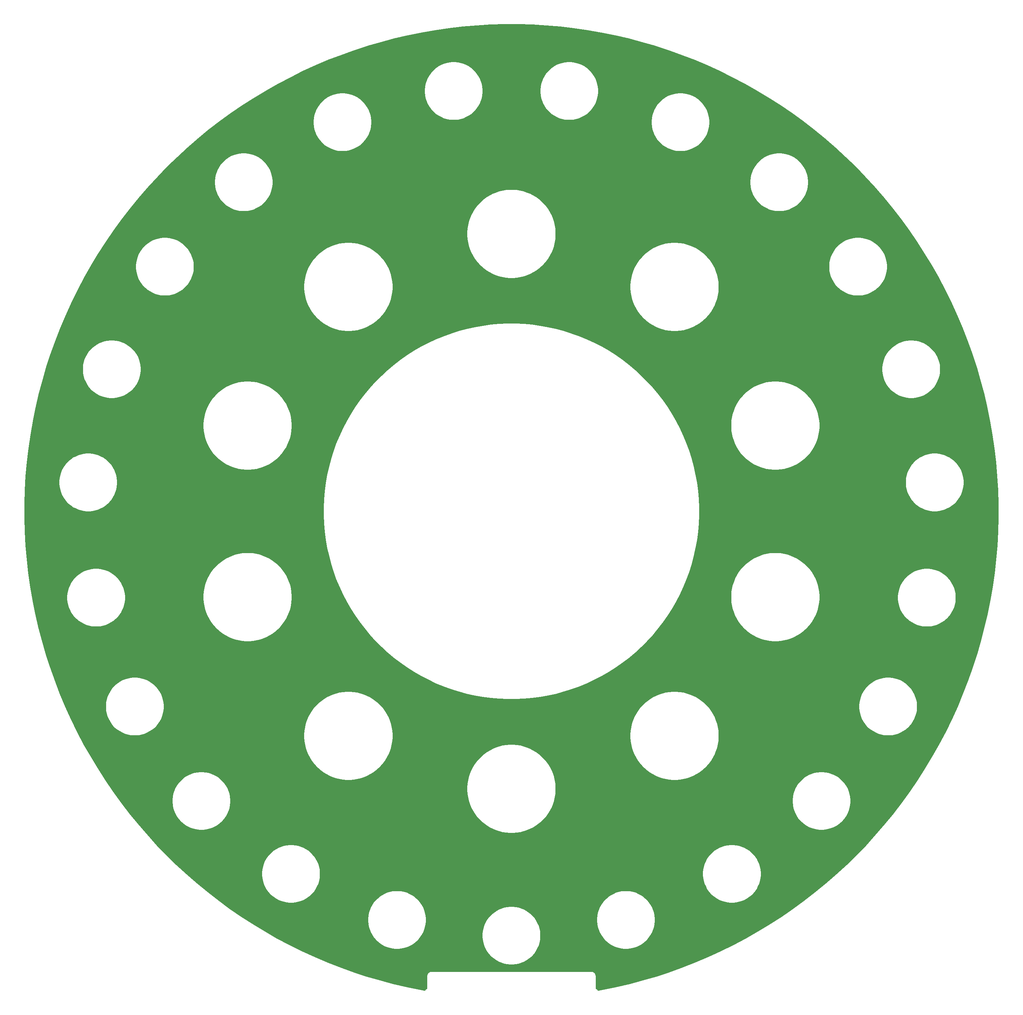
<source format=gtl>
G04*
G04 #@! TF.GenerationSoftware,Altium Limited,Altium Designer,19.1.5 (86)*
G04*
G04 Layer_Physical_Order=1*
G04 Layer_Color=255*
%FSLAX25Y25*%
%MOIN*%
G70*
G01*
G75*
G36*
X489687Y954519D02*
X503348Y954129D01*
X516993Y953349D01*
X530610Y952181D01*
X544188Y950624D01*
X557717Y948680D01*
X571184Y946352D01*
X584579Y943639D01*
X597892Y940546D01*
X611110Y937074D01*
X624225Y933226D01*
X637224Y929006D01*
X650097Y924416D01*
X662835Y919461D01*
X675425Y914144D01*
X687859Y908471D01*
X700126Y902445D01*
X712216Y896071D01*
X724119Y889355D01*
X735826Y882302D01*
X747326Y874917D01*
X758611Y867208D01*
X769672Y859180D01*
X780499Y850839D01*
X791084Y842193D01*
X801417Y833248D01*
X811491Y824012D01*
X821298Y814492D01*
X830828Y804697D01*
X840076Y794633D01*
X849032Y784310D01*
X857691Y773735D01*
X866043Y762918D01*
X874085Y751866D01*
X881807Y740590D01*
X889204Y729098D01*
X896270Y717399D01*
X903000Y705504D01*
X909388Y693421D01*
X915428Y681161D01*
X921116Y668734D01*
X926447Y656149D01*
X931416Y643417D01*
X936020Y630549D01*
X940256Y617555D01*
X944118Y604445D01*
X947605Y591230D01*
X950714Y577921D01*
X953441Y564529D01*
X955786Y551064D01*
X957745Y537538D01*
X959317Y523962D01*
X960501Y510346D01*
X961296Y496702D01*
X961702Y483041D01*
X961718Y469374D01*
X961343Y455712D01*
X960579Y442066D01*
X959426Y428448D01*
X957884Y414867D01*
X955956Y401337D01*
X953642Y387867D01*
X950945Y374469D01*
X947867Y361153D01*
X944411Y347930D01*
X940578Y334812D01*
X936372Y321807D01*
X931797Y308929D01*
X926856Y296186D01*
X921554Y283589D01*
X915895Y271149D01*
X909882Y258875D01*
X903522Y246778D01*
X896820Y234867D01*
X889780Y223153D01*
X882409Y211644D01*
X874712Y200350D01*
X866697Y189280D01*
X858368Y178444D01*
X849734Y167849D01*
X840801Y157505D01*
X831577Y147421D01*
X822068Y137603D01*
X812284Y128061D01*
X802230Y118803D01*
X791917Y109834D01*
X781353Y101164D01*
X770544Y92799D01*
X759502Y84745D01*
X748235Y77010D01*
X736751Y69600D01*
X725060Y62520D01*
X713172Y55777D01*
X701097Y49376D01*
X688844Y43321D01*
X676423Y37620D01*
X663845Y32274D01*
X651119Y27290D01*
X638256Y22671D01*
X625266Y18421D01*
X612161Y14544D01*
X598950Y11041D01*
X585644Y7918D01*
X572255Y5175D01*
X567675Y4372D01*
X567588Y4814D01*
X567105Y5537D01*
X566382Y6019D01*
X565564Y6182D01*
Y18983D01*
X565429Y20011D01*
X565032Y20968D01*
X564401Y21791D01*
X563579Y22422D01*
X562621Y22819D01*
X561593Y22954D01*
X404113D01*
X403085Y22819D01*
X402127Y22422D01*
X401305Y21791D01*
X400674Y20968D01*
X400277Y20011D01*
X400142Y18983D01*
Y6182D01*
X399324Y6019D01*
X398601Y5537D01*
X398118Y4814D01*
X398030Y4372D01*
X393451Y5175D01*
X380061Y7918D01*
X366756Y11042D01*
X353545Y14544D01*
X340440Y18421D01*
X327450Y22671D01*
X314587Y27290D01*
X301861Y32274D01*
X289283Y37620D01*
X276862Y43321D01*
X264609Y49376D01*
X252533Y55777D01*
X240646Y62520D01*
X228955Y69600D01*
X217472Y77010D01*
X206204Y84745D01*
X195161Y92799D01*
X184353Y101164D01*
X173789Y109834D01*
X163476Y118803D01*
X153422Y128061D01*
X143638Y137603D01*
X134129Y147421D01*
X124905Y157505D01*
X115972Y167849D01*
X107337Y178444D01*
X99009Y189280D01*
X90993Y200350D01*
X83297Y211644D01*
X75926Y223153D01*
X68886Y234867D01*
X62183Y246778D01*
X55823Y258875D01*
X49811Y271149D01*
X44152Y283589D01*
X38849Y296186D01*
X33909Y308929D01*
X29334Y321807D01*
X25128Y334811D01*
X21295Y347930D01*
X17839Y361153D01*
X14760Y374469D01*
X12063Y387867D01*
X9750Y401337D01*
X7822Y414867D01*
X6280Y428448D01*
X5127Y442066D01*
X4363Y455712D01*
X3988Y469374D01*
X4004Y483041D01*
X4410Y496702D01*
X5205Y510346D01*
X6389Y523962D01*
X7961Y537538D01*
X9920Y551064D01*
X12264Y564529D01*
X14992Y577921D01*
X18101Y591230D01*
X21587Y604445D01*
X25450Y617555D01*
X29685Y630549D01*
X34290Y643417D01*
X39259Y656149D01*
X44590Y668734D01*
X50278Y681161D01*
X56318Y693421D01*
X62706Y705504D01*
X69435Y717399D01*
X76502Y729098D01*
X83899Y740590D01*
X91621Y751866D01*
X99663Y762918D01*
X108015Y773735D01*
X116674Y784310D01*
X125630Y794633D01*
X134877Y804697D01*
X144408Y814492D01*
X154215Y824012D01*
X164289Y833248D01*
X174622Y842193D01*
X185207Y850839D01*
X196034Y859180D01*
X207094Y867208D01*
X218380Y874917D01*
X229880Y882302D01*
X241587Y889355D01*
X253490Y896071D01*
X265580Y902445D01*
X277847Y908471D01*
X290281Y914145D01*
X302871Y919461D01*
X315608Y924416D01*
X328482Y929006D01*
X341481Y933226D01*
X354596Y937074D01*
X367814Y940546D01*
X381127Y943639D01*
X394522Y946352D01*
X407989Y948680D01*
X421518Y950624D01*
X435096Y952181D01*
X448713Y953349D01*
X462358Y954129D01*
X476019Y954519D01*
X489687Y954519D01*
D02*
G37*
%LPC*%
G36*
X541033Y917164D02*
X538247D01*
X535476Y916891D01*
X532744Y916347D01*
X530079Y915539D01*
X527506Y914473D01*
X525050Y913160D01*
X522734Y911613D01*
X520581Y909846D01*
X518612Y907877D01*
X516845Y905724D01*
X515298Y903408D01*
X513985Y900952D01*
X512919Y898379D01*
X512111Y895714D01*
X511567Y892982D01*
X511295Y890211D01*
Y888818D01*
Y887426D01*
X511567Y884654D01*
X512111Y881923D01*
X512919Y879257D01*
X513985Y876684D01*
X515298Y874228D01*
X516845Y871912D01*
X518612Y869760D01*
X520581Y867790D01*
X522734Y866024D01*
X525050Y864476D01*
X527506Y863163D01*
X530079Y862098D01*
X532744Y861289D01*
X535476Y860746D01*
X538247Y860473D01*
X541033D01*
X543804Y860746D01*
X546536Y861289D01*
X549201Y862098D01*
X551774Y863163D01*
X554230Y864476D01*
X556546Y866024D01*
X558699Y867790D01*
X560668Y869760D01*
X562435Y871912D01*
X563982Y874228D01*
X565295Y876684D01*
X566361Y879257D01*
X567169Y881923D01*
X567712Y884654D01*
X567985Y887426D01*
Y888818D01*
Y890211D01*
X567712Y892982D01*
X567169Y895714D01*
X566361Y898379D01*
X565295Y900952D01*
X563982Y903408D01*
X562435Y905724D01*
X560668Y907877D01*
X558699Y909846D01*
X556546Y911613D01*
X554230Y913160D01*
X551774Y914473D01*
X549201Y915539D01*
X546536Y916347D01*
X543804Y916891D01*
X541033Y917164D01*
D02*
G37*
G36*
X427458D02*
X424673D01*
X421902Y916891D01*
X419170Y916347D01*
X416505Y915539D01*
X413932Y914473D01*
X411476Y913160D01*
X409160Y911613D01*
X407007Y909846D01*
X405038Y907877D01*
X403271Y905724D01*
X401724Y903408D01*
X400411Y900952D01*
X399345Y898379D01*
X398537Y895714D01*
X397994Y892982D01*
X397721Y890211D01*
Y888818D01*
Y887426D01*
X397994Y884654D01*
X398537Y881923D01*
X399345Y879257D01*
X400411Y876684D01*
X401724Y874228D01*
X403271Y871912D01*
X405038Y869760D01*
X407007Y867790D01*
X409160Y866024D01*
X411476Y864476D01*
X413932Y863163D01*
X416505Y862098D01*
X419170Y861289D01*
X421902Y860746D01*
X424673Y860473D01*
X427458D01*
X430230Y860746D01*
X432962Y861289D01*
X435627Y862098D01*
X438200Y863163D01*
X440656Y864476D01*
X442972Y866024D01*
X445124Y867790D01*
X447094Y869760D01*
X448861Y871912D01*
X450408Y874228D01*
X451721Y876684D01*
X452787Y879257D01*
X453595Y881923D01*
X454138Y884654D01*
X454411Y887426D01*
Y888818D01*
Y890211D01*
X454138Y892982D01*
X453595Y895714D01*
X452787Y898379D01*
X451721Y900952D01*
X450408Y903408D01*
X448861Y905724D01*
X447094Y907877D01*
X445124Y909846D01*
X442972Y911613D01*
X440656Y913160D01*
X438200Y914473D01*
X435627Y915539D01*
X432962Y916347D01*
X430230Y916891D01*
X427458Y917164D01*
D02*
G37*
G36*
X650395Y886522D02*
X647610D01*
X644838Y886249D01*
X642107Y885705D01*
X639441Y884897D01*
X636868Y883831D01*
X634412Y882518D01*
X632097Y880971D01*
X629944Y879204D01*
X627974Y877235D01*
X626208Y875082D01*
X624660Y872766D01*
X623347Y870310D01*
X622282Y867737D01*
X621473Y865072D01*
X620930Y862340D01*
X620657Y859569D01*
Y858176D01*
Y856784D01*
X620930Y854012D01*
X621473Y851281D01*
X622282Y848615D01*
X623347Y846043D01*
X624660Y843586D01*
X626208Y841271D01*
X627974Y839118D01*
X629944Y837148D01*
X632097Y835382D01*
X634412Y833834D01*
X636868Y832522D01*
X639441Y831456D01*
X642107Y830647D01*
X644838Y830104D01*
X647610Y829831D01*
X650395D01*
X653166Y830104D01*
X655898Y830647D01*
X658563Y831456D01*
X661136Y832522D01*
X663592Y833834D01*
X665908Y835382D01*
X668061Y837148D01*
X670030Y839118D01*
X671797Y841271D01*
X673344Y843586D01*
X674657Y846043D01*
X675723Y848615D01*
X676531Y851281D01*
X677075Y854012D01*
X677348Y856784D01*
Y858176D01*
Y859569D01*
X677075Y862340D01*
X676531Y865072D01*
X675723Y867737D01*
X674657Y870310D01*
X673344Y872766D01*
X671797Y875082D01*
X670030Y877235D01*
X668061Y879204D01*
X665908Y880971D01*
X663592Y882518D01*
X661136Y883831D01*
X658563Y884897D01*
X655898Y885705D01*
X653166Y886249D01*
X650395Y886522D01*
D02*
G37*
G36*
X318096D02*
X315311D01*
X312540Y886249D01*
X309808Y885705D01*
X307143Y884897D01*
X304570Y883831D01*
X302114Y882518D01*
X299798Y880971D01*
X297645Y879204D01*
X295676Y877235D01*
X293909Y875082D01*
X292362Y872766D01*
X291049Y870310D01*
X289983Y867737D01*
X289175Y865072D01*
X288631Y862340D01*
X288358Y859569D01*
Y858176D01*
Y856784D01*
X288631Y854012D01*
X289175Y851281D01*
X289983Y848615D01*
X291049Y846043D01*
X292362Y843586D01*
X293909Y841271D01*
X295676Y839118D01*
X297645Y837148D01*
X299798Y835382D01*
X302114Y833834D01*
X304570Y832522D01*
X307143Y831456D01*
X309808Y830647D01*
X312540Y830104D01*
X315311Y829831D01*
X318096D01*
X320868Y830104D01*
X323599Y830647D01*
X326264Y831456D01*
X328837Y832522D01*
X331294Y833834D01*
X333609Y835382D01*
X335762Y837148D01*
X337732Y839118D01*
X339498Y841271D01*
X341046Y843586D01*
X342358Y846043D01*
X343424Y848615D01*
X344233Y851281D01*
X344776Y854012D01*
X345049Y856784D01*
Y858176D01*
Y859569D01*
X344776Y862340D01*
X344233Y865072D01*
X343424Y867737D01*
X342358Y870310D01*
X341046Y872766D01*
X339498Y875082D01*
X337732Y877235D01*
X335762Y879204D01*
X333609Y880971D01*
X331294Y882518D01*
X328837Y883831D01*
X326264Y884897D01*
X323599Y885705D01*
X320868Y886249D01*
X318096Y886522D01*
D02*
G37*
G36*
X747435Y827511D02*
X744650D01*
X741878Y827238D01*
X739146Y826694D01*
X736481Y825886D01*
X733908Y824820D01*
X731452Y823507D01*
X729136Y821960D01*
X726983Y820193D01*
X725014Y818224D01*
X723247Y816071D01*
X721700Y813755D01*
X720387Y811299D01*
X719321Y808726D01*
X718513Y806061D01*
X717970Y803329D01*
X717697Y800558D01*
Y799165D01*
Y797773D01*
X717970Y795001D01*
X718513Y792269D01*
X719321Y789604D01*
X720387Y787031D01*
X721700Y784575D01*
X723247Y782259D01*
X725014Y780106D01*
X726983Y778137D01*
X729136Y776370D01*
X731452Y774823D01*
X733908Y773510D01*
X736481Y772444D01*
X739146Y771636D01*
X741878Y771093D01*
X744650Y770820D01*
X747435D01*
X750206Y771093D01*
X752938Y771636D01*
X755603Y772444D01*
X758176Y773510D01*
X760632Y774823D01*
X762948Y776370D01*
X765101Y778137D01*
X767070Y780106D01*
X768837Y782259D01*
X770384Y784575D01*
X771697Y787031D01*
X772763Y789604D01*
X773571Y792269D01*
X774115Y795001D01*
X774388Y797773D01*
Y799165D01*
Y800558D01*
X774115Y803329D01*
X773571Y806061D01*
X772763Y808726D01*
X771697Y811299D01*
X770384Y813755D01*
X768837Y816071D01*
X767070Y818224D01*
X765101Y820193D01*
X762948Y821960D01*
X760632Y823507D01*
X758176Y824820D01*
X755603Y825886D01*
X752938Y826694D01*
X750206Y827238D01*
X747435Y827511D01*
D02*
G37*
G36*
X221056D02*
X218271D01*
X215500Y827238D01*
X212768Y826694D01*
X210103Y825886D01*
X207530Y824820D01*
X205074Y823507D01*
X202758Y821960D01*
X200605Y820193D01*
X198636Y818224D01*
X196869Y816071D01*
X195322Y813755D01*
X194009Y811299D01*
X192943Y808726D01*
X192135Y806061D01*
X191591Y803329D01*
X191318Y800558D01*
Y799165D01*
Y797773D01*
X191591Y795001D01*
X192135Y792269D01*
X192943Y789604D01*
X194009Y787031D01*
X195322Y784575D01*
X196869Y782259D01*
X198636Y780106D01*
X200605Y778137D01*
X202758Y776370D01*
X205074Y774823D01*
X207530Y773510D01*
X210103Y772444D01*
X212768Y771636D01*
X215500Y771093D01*
X218271Y770820D01*
X221056D01*
X223828Y771093D01*
X226559Y771636D01*
X229225Y772444D01*
X231798Y773510D01*
X234254Y774823D01*
X236569Y776370D01*
X238722Y778137D01*
X240692Y780106D01*
X242459Y782259D01*
X244006Y784575D01*
X245319Y787031D01*
X246384Y789604D01*
X247193Y792269D01*
X247736Y795001D01*
X248009Y797773D01*
Y799165D01*
Y800558D01*
X247736Y803329D01*
X247193Y806061D01*
X246384Y808726D01*
X245319Y811299D01*
X244006Y813755D01*
X242459Y816071D01*
X240692Y818224D01*
X238722Y820193D01*
X236569Y821960D01*
X234254Y823507D01*
X231798Y824820D01*
X229225Y825886D01*
X226559Y826694D01*
X223828Y827238D01*
X221056Y827511D01*
D02*
G37*
G36*
X484556Y791742D02*
X481150D01*
X477755Y791475D01*
X474391Y790942D01*
X471079Y790147D01*
X467840Y789095D01*
X464693Y787791D01*
X461658Y786245D01*
X458754Y784466D01*
X455999Y782464D01*
X453409Y780252D01*
X451001Y777843D01*
X448789Y775253D01*
X446787Y772498D01*
X445007Y769594D01*
X443461Y766559D01*
X442158Y763413D01*
X441105Y760174D01*
X440310Y756862D01*
X439778Y753498D01*
X439510Y750103D01*
Y748400D01*
Y746697D01*
X439778Y743301D01*
X440310Y739937D01*
X441105Y736626D01*
X442158Y733386D01*
X443461Y730240D01*
X445007Y727205D01*
X446787Y724301D01*
X448789Y721546D01*
X451001Y718956D01*
X453409Y716547D01*
X455999Y714336D01*
X458754Y712334D01*
X461658Y710554D01*
X464693Y709008D01*
X467840Y707704D01*
X471079Y706652D01*
X474391Y705857D01*
X477755Y705324D01*
X481150Y705057D01*
X484556D01*
X487951Y705324D01*
X491315Y705857D01*
X494627Y706652D01*
X497866Y707704D01*
X501013Y709008D01*
X504047Y710554D01*
X506952Y712334D01*
X509707Y714336D01*
X512297Y716547D01*
X514705Y718956D01*
X516917Y721546D01*
X518919Y724301D01*
X520698Y727205D01*
X522245Y730240D01*
X523548Y733386D01*
X524601Y736626D01*
X525396Y739937D01*
X525928Y743301D01*
X526196Y746697D01*
Y748400D01*
Y750103D01*
X525928Y753498D01*
X525396Y756862D01*
X524601Y760174D01*
X523548Y763413D01*
X522245Y766559D01*
X520698Y769594D01*
X518919Y772498D01*
X516917Y775253D01*
X514705Y777843D01*
X512297Y780252D01*
X509707Y782464D01*
X506952Y784466D01*
X504047Y786245D01*
X501013Y787791D01*
X497866Y789095D01*
X494627Y790147D01*
X491315Y790942D01*
X487951Y791475D01*
X484556Y791742D01*
D02*
G37*
G36*
X824955Y744507D02*
X822170D01*
X819398Y744234D01*
X816667Y743690D01*
X814002Y742882D01*
X811429Y741816D01*
X808972Y740503D01*
X806657Y738956D01*
X804504Y737189D01*
X802534Y735220D01*
X800768Y733067D01*
X799220Y730751D01*
X797907Y728295D01*
X796842Y725722D01*
X796033Y723057D01*
X795490Y720325D01*
X795217Y717554D01*
Y716161D01*
Y714769D01*
X795490Y711997D01*
X796033Y709266D01*
X796842Y706600D01*
X797907Y704027D01*
X799220Y701571D01*
X800768Y699255D01*
X802534Y697103D01*
X804504Y695133D01*
X806657Y693366D01*
X808972Y691819D01*
X811429Y690506D01*
X814002Y689440D01*
X816667Y688632D01*
X819398Y688089D01*
X822170Y687816D01*
X824955D01*
X827726Y688089D01*
X830458Y688632D01*
X833123Y689440D01*
X835696Y690506D01*
X838152Y691819D01*
X840468Y693366D01*
X842621Y695133D01*
X844590Y697103D01*
X846357Y699255D01*
X847904Y701571D01*
X849217Y704027D01*
X850283Y706600D01*
X851091Y709266D01*
X851635Y711997D01*
X851908Y714769D01*
Y716161D01*
Y717554D01*
X851635Y720325D01*
X851091Y723057D01*
X850283Y725722D01*
X849217Y728295D01*
X847904Y730751D01*
X846357Y733067D01*
X844590Y735220D01*
X842621Y737189D01*
X840468Y738956D01*
X838152Y740503D01*
X835696Y741816D01*
X833123Y742882D01*
X830458Y743690D01*
X827726Y744234D01*
X824955Y744507D01*
D02*
G37*
G36*
X143536D02*
X140751D01*
X137979Y744234D01*
X135248Y743690D01*
X132583Y742882D01*
X130010Y741816D01*
X127553Y740503D01*
X125238Y738956D01*
X123085Y737189D01*
X121116Y735220D01*
X119349Y733067D01*
X117802Y730751D01*
X116489Y728295D01*
X115423Y725722D01*
X114614Y723057D01*
X114071Y720325D01*
X113798Y717554D01*
Y716161D01*
Y714769D01*
X114071Y711997D01*
X114614Y709266D01*
X115423Y706600D01*
X116489Y704027D01*
X117802Y701571D01*
X119349Y699255D01*
X121116Y697103D01*
X123085Y695133D01*
X125238Y693366D01*
X127553Y691819D01*
X130010Y690506D01*
X132583Y689440D01*
X135248Y688632D01*
X137979Y688089D01*
X140751Y687816D01*
X143536D01*
X146308Y688089D01*
X149039Y688632D01*
X151704Y689440D01*
X154277Y690506D01*
X156734Y691819D01*
X159049Y693366D01*
X161202Y695133D01*
X163171Y697103D01*
X164938Y699255D01*
X166486Y701571D01*
X167798Y704027D01*
X168864Y706600D01*
X169673Y709266D01*
X170216Y711997D01*
X170489Y714769D01*
Y716161D01*
Y717554D01*
X170216Y720325D01*
X169673Y723057D01*
X168864Y725722D01*
X167798Y728295D01*
X166486Y730751D01*
X164938Y733067D01*
X163171Y735220D01*
X161202Y737189D01*
X159049Y738956D01*
X156734Y740503D01*
X154277Y741816D01*
X151704Y742882D01*
X149039Y743690D01*
X146308Y744234D01*
X143536Y744507D01*
D02*
G37*
G36*
X644867Y739654D02*
X641461D01*
X638066Y739387D01*
X634702Y738854D01*
X631390Y738059D01*
X628151Y737007D01*
X625004Y735703D01*
X621970Y734157D01*
X619066Y732377D01*
X616310Y730375D01*
X613720Y728163D01*
X611312Y725755D01*
X609100Y723165D01*
X607098Y720410D01*
X605318Y717506D01*
X603772Y714471D01*
X602469Y711325D01*
X601416Y708085D01*
X600621Y704774D01*
X600089Y701410D01*
X599821Y698014D01*
Y696311D01*
Y694608D01*
X600089Y691213D01*
X600621Y687849D01*
X601416Y684537D01*
X602469Y681298D01*
X603772Y678152D01*
X605318Y675117D01*
X607098Y672213D01*
X609100Y669457D01*
X611312Y666868D01*
X613720Y664459D01*
X616310Y662247D01*
X619066Y660245D01*
X621970Y658466D01*
X625004Y656920D01*
X628151Y655616D01*
X631390Y654564D01*
X634702Y653769D01*
X638066Y653236D01*
X641461Y652969D01*
X644867D01*
X648262Y653236D01*
X651626Y653769D01*
X654938Y654564D01*
X658177Y655616D01*
X661324Y656920D01*
X664359Y658466D01*
X667263Y660245D01*
X670018Y662247D01*
X672608Y664459D01*
X675016Y666868D01*
X677228Y669457D01*
X679230Y672213D01*
X681009Y675117D01*
X682556Y678152D01*
X683859Y681298D01*
X684912Y684537D01*
X685707Y687849D01*
X686239Y691213D01*
X686507Y694608D01*
Y696311D01*
Y698014D01*
X686239Y701410D01*
X685707Y704774D01*
X684912Y708085D01*
X683859Y711325D01*
X682556Y714471D01*
X681009Y717506D01*
X679230Y720410D01*
X677228Y723165D01*
X675016Y725755D01*
X672608Y728163D01*
X670018Y730375D01*
X667263Y732377D01*
X664359Y734157D01*
X661324Y735703D01*
X658177Y737007D01*
X654938Y738059D01*
X651626Y738854D01*
X648262Y739387D01*
X644867Y739654D01*
D02*
G37*
G36*
X324245D02*
X320839D01*
X317444Y739387D01*
X314080Y738854D01*
X310768Y738059D01*
X307529Y737007D01*
X304382Y735703D01*
X301347Y734157D01*
X298443Y732377D01*
X295688Y730375D01*
X293098Y728163D01*
X290690Y725755D01*
X288478Y723165D01*
X286476Y720410D01*
X284696Y717506D01*
X283150Y714471D01*
X281847Y711325D01*
X280794Y708085D01*
X279999Y704774D01*
X279466Y701410D01*
X279199Y698014D01*
Y696311D01*
Y694608D01*
X279466Y691213D01*
X279999Y687849D01*
X280794Y684537D01*
X281847Y681298D01*
X283150Y678152D01*
X284696Y675117D01*
X286476Y672213D01*
X288478Y669457D01*
X290690Y666868D01*
X293098Y664459D01*
X295688Y662247D01*
X298443Y660245D01*
X301347Y658466D01*
X304382Y656920D01*
X307529Y655616D01*
X310768Y654564D01*
X314080Y653769D01*
X317444Y653236D01*
X320839Y652969D01*
X324245D01*
X327640Y653236D01*
X331004Y653769D01*
X334316Y654564D01*
X337555Y655616D01*
X340702Y656920D01*
X343736Y658466D01*
X346640Y660245D01*
X349396Y662247D01*
X351986Y664459D01*
X354394Y666868D01*
X356606Y669457D01*
X358608Y672213D01*
X360387Y675117D01*
X361934Y678152D01*
X363237Y681298D01*
X364289Y684537D01*
X365085Y687849D01*
X365617Y691213D01*
X365885Y694608D01*
Y696311D01*
Y698014D01*
X365617Y701410D01*
X365085Y704774D01*
X364289Y708085D01*
X363237Y711325D01*
X361934Y714471D01*
X360387Y717506D01*
X358608Y720410D01*
X356606Y723165D01*
X354394Y725755D01*
X351986Y728163D01*
X349396Y730375D01*
X346640Y732377D01*
X343736Y734157D01*
X340702Y735703D01*
X337555Y737007D01*
X334316Y738059D01*
X331004Y738854D01*
X327640Y739387D01*
X324245Y739654D01*
D02*
G37*
G36*
X877206Y643666D02*
X874421D01*
X871650Y643393D01*
X868918Y642850D01*
X866253Y642041D01*
X863680Y640975D01*
X861224Y639663D01*
X858908Y638115D01*
X856755Y636348D01*
X854786Y634379D01*
X853019Y632226D01*
X851472Y629911D01*
X850159Y627454D01*
X849093Y624881D01*
X848285Y622216D01*
X847741Y619485D01*
X847468Y616713D01*
Y615320D01*
Y613928D01*
X847741Y611156D01*
X848285Y608425D01*
X849093Y605760D01*
X850159Y603187D01*
X851472Y600731D01*
X853019Y598415D01*
X854786Y596262D01*
X856755Y594293D01*
X858908Y592526D01*
X861224Y590978D01*
X863680Y589666D01*
X866253Y588600D01*
X868918Y587791D01*
X871650Y587248D01*
X874421Y586975D01*
X877206D01*
X879978Y587248D01*
X882709Y587791D01*
X885375Y588600D01*
X887948Y589666D01*
X890404Y590978D01*
X892719Y592526D01*
X894872Y594293D01*
X896842Y596262D01*
X898608Y598415D01*
X900156Y600731D01*
X901469Y603187D01*
X902534Y605760D01*
X903343Y608425D01*
X903886Y611156D01*
X904159Y613928D01*
Y615320D01*
Y616713D01*
X903886Y619485D01*
X903343Y622216D01*
X902534Y624881D01*
X901469Y627454D01*
X900156Y629911D01*
X898608Y632226D01*
X896842Y634379D01*
X894872Y636348D01*
X892719Y638115D01*
X890404Y639663D01*
X887948Y640975D01*
X885375Y642041D01*
X882709Y642850D01*
X879978Y643393D01*
X877206Y643666D01*
D02*
G37*
G36*
X91285D02*
X88500D01*
X85728Y643393D01*
X82996Y642850D01*
X80331Y642041D01*
X77758Y640975D01*
X75302Y639663D01*
X72986Y638115D01*
X70834Y636348D01*
X68864Y634379D01*
X67097Y632226D01*
X65550Y629911D01*
X64237Y627454D01*
X63171Y624881D01*
X62363Y622216D01*
X61820Y619485D01*
X61547Y616713D01*
Y615320D01*
Y613928D01*
X61820Y611156D01*
X62363Y608425D01*
X63171Y605760D01*
X64237Y603187D01*
X65550Y600731D01*
X67097Y598415D01*
X68864Y596262D01*
X70834Y594293D01*
X72986Y592526D01*
X75302Y590978D01*
X77758Y589666D01*
X80331Y588600D01*
X82996Y587791D01*
X85728Y587248D01*
X88500Y586975D01*
X91285D01*
X94056Y587248D01*
X96788Y587791D01*
X99453Y588600D01*
X102026Y589666D01*
X104482Y590978D01*
X106798Y592526D01*
X108951Y594293D01*
X110920Y596262D01*
X112687Y598415D01*
X114234Y600731D01*
X115547Y603187D01*
X116613Y605760D01*
X117421Y608425D01*
X117965Y611156D01*
X118237Y613928D01*
Y615320D01*
Y616713D01*
X117965Y619485D01*
X117421Y622216D01*
X116613Y624881D01*
X115547Y627454D01*
X114234Y629911D01*
X112687Y632226D01*
X110920Y634379D01*
X108951Y636348D01*
X106798Y638115D01*
X104482Y639663D01*
X102026Y640975D01*
X99453Y642041D01*
X96788Y642850D01*
X94056Y643393D01*
X91285Y643666D01*
D02*
G37*
G36*
X743945Y603285D02*
X740539D01*
X737143Y603018D01*
X733779Y602485D01*
X730468Y601690D01*
X727228Y600638D01*
X724082Y599334D01*
X721047Y597788D01*
X718143Y596009D01*
X715388Y594007D01*
X712798Y591795D01*
X710390Y589386D01*
X708178Y586797D01*
X706176Y584041D01*
X704396Y581137D01*
X702850Y578102D01*
X701546Y574956D01*
X700494Y571717D01*
X699699Y568405D01*
X699166Y565041D01*
X698899Y561646D01*
Y559943D01*
Y558240D01*
X699166Y554844D01*
X699699Y551480D01*
X700494Y548169D01*
X701546Y544929D01*
X702850Y541783D01*
X704396Y538748D01*
X706176Y535844D01*
X708178Y533089D01*
X710390Y530499D01*
X712798Y528091D01*
X715388Y525879D01*
X718143Y523877D01*
X721047Y522097D01*
X724082Y520551D01*
X727228Y519247D01*
X730468Y518195D01*
X733779Y517400D01*
X737143Y516867D01*
X740539Y516600D01*
X743945D01*
X747340Y516867D01*
X750704Y517400D01*
X754016Y518195D01*
X757255Y519247D01*
X760401Y520551D01*
X763436Y522097D01*
X766340Y523877D01*
X769096Y525879D01*
X771685Y528091D01*
X774094Y530499D01*
X776306Y533089D01*
X778308Y535844D01*
X780087Y538748D01*
X781633Y541783D01*
X782937Y544929D01*
X783989Y548169D01*
X784784Y551480D01*
X785317Y554844D01*
X785584Y558240D01*
Y559943D01*
Y561646D01*
X785317Y565041D01*
X784784Y568405D01*
X783989Y571717D01*
X782937Y574956D01*
X781633Y578102D01*
X780087Y581137D01*
X778308Y584041D01*
X776306Y586797D01*
X774094Y589386D01*
X771685Y591795D01*
X769096Y594007D01*
X766340Y596009D01*
X763436Y597788D01*
X760401Y599334D01*
X757255Y600638D01*
X754016Y601690D01*
X750704Y602485D01*
X747340Y603018D01*
X743945Y603285D01*
D02*
G37*
G36*
X225167D02*
X221761D01*
X218366Y603018D01*
X215002Y602485D01*
X211690Y601690D01*
X208451Y600638D01*
X205304Y599334D01*
X202270Y597788D01*
X199366Y596009D01*
X196610Y594007D01*
X194020Y591795D01*
X191612Y589386D01*
X189400Y586797D01*
X187398Y584041D01*
X185619Y581137D01*
X184072Y578102D01*
X182769Y574956D01*
X181717Y571717D01*
X180922Y568405D01*
X180389Y565041D01*
X180122Y561646D01*
Y559943D01*
Y558240D01*
X180389Y554844D01*
X180922Y551480D01*
X181717Y548169D01*
X182769Y544929D01*
X184072Y541783D01*
X185619Y538748D01*
X187398Y535844D01*
X189400Y533089D01*
X191612Y530499D01*
X194020Y528091D01*
X196610Y525879D01*
X199366Y523877D01*
X202270Y522097D01*
X205304Y520551D01*
X208451Y519247D01*
X211690Y518195D01*
X215002Y517400D01*
X218366Y516867D01*
X221761Y516600D01*
X225167D01*
X228563Y516867D01*
X231926Y517400D01*
X235238Y518195D01*
X238477Y519247D01*
X241624Y520551D01*
X244659Y522097D01*
X247563Y523877D01*
X250318Y525879D01*
X252908Y528091D01*
X255316Y530499D01*
X257528Y533089D01*
X259530Y535844D01*
X261310Y538748D01*
X262856Y541783D01*
X264159Y544929D01*
X265212Y548169D01*
X266007Y551480D01*
X266540Y554844D01*
X266807Y558240D01*
Y559943D01*
Y561646D01*
X266540Y565041D01*
X266007Y568405D01*
X265212Y571717D01*
X264159Y574956D01*
X262856Y578102D01*
X261310Y581137D01*
X259530Y584041D01*
X257528Y586797D01*
X255316Y589386D01*
X252908Y591795D01*
X250318Y594007D01*
X247563Y596009D01*
X244659Y597788D01*
X241624Y599334D01*
X238477Y600638D01*
X235238Y601690D01*
X231926Y602485D01*
X228563Y603018D01*
X225167Y603285D01*
D02*
G37*
G36*
X900314Y532467D02*
X897529D01*
X894757Y532194D01*
X892025Y531651D01*
X889360Y530843D01*
X886787Y529777D01*
X884331Y528464D01*
X882015Y526917D01*
X879862Y525150D01*
X877893Y523181D01*
X876126Y521028D01*
X874579Y518712D01*
X873266Y516256D01*
X872200Y513683D01*
X871392Y511018D01*
X870849Y508286D01*
X870576Y505514D01*
Y504122D01*
Y502730D01*
X870849Y499958D01*
X871392Y497226D01*
X872200Y494561D01*
X873266Y491988D01*
X874579Y489532D01*
X876126Y487216D01*
X877893Y485064D01*
X879862Y483094D01*
X882015Y481327D01*
X884331Y479780D01*
X886787Y478467D01*
X889360Y477401D01*
X892025Y476593D01*
X894757Y476050D01*
X897529Y475777D01*
X900314D01*
X903085Y476050D01*
X905817Y476593D01*
X908482Y477401D01*
X911055Y478467D01*
X913511Y479780D01*
X915827Y481327D01*
X917980Y483094D01*
X919949Y485064D01*
X921716Y487216D01*
X923263Y489532D01*
X924576Y491988D01*
X925642Y494561D01*
X926450Y497226D01*
X926993Y499958D01*
X927267Y502730D01*
Y504122D01*
Y505514D01*
X926993Y508286D01*
X926450Y511018D01*
X925642Y513683D01*
X924576Y516256D01*
X923263Y518712D01*
X921716Y521028D01*
X919949Y523181D01*
X917980Y525150D01*
X915827Y526917D01*
X913511Y528464D01*
X911055Y529777D01*
X908482Y530843D01*
X905817Y531651D01*
X903085Y532194D01*
X900314Y532467D01*
D02*
G37*
G36*
X68177D02*
X65392D01*
X62621Y532194D01*
X59889Y531651D01*
X57224Y530843D01*
X54651Y529777D01*
X52195Y528464D01*
X49879Y526917D01*
X47726Y525150D01*
X45757Y523181D01*
X43990Y521028D01*
X42443Y518712D01*
X41130Y516256D01*
X40064Y513683D01*
X39256Y511018D01*
X38712Y508286D01*
X38439Y505514D01*
Y504122D01*
Y502730D01*
X38712Y499958D01*
X39256Y497226D01*
X40064Y494561D01*
X41130Y491988D01*
X42443Y489532D01*
X43990Y487216D01*
X45757Y485064D01*
X47726Y483094D01*
X49879Y481327D01*
X52195Y479780D01*
X54651Y478467D01*
X57224Y477401D01*
X59889Y476593D01*
X62621Y476050D01*
X65392Y475777D01*
X68177D01*
X70949Y476050D01*
X73681Y476593D01*
X76346Y477401D01*
X78919Y478467D01*
X81375Y479780D01*
X83691Y481327D01*
X85843Y483094D01*
X87813Y485064D01*
X89579Y487216D01*
X91127Y489532D01*
X92440Y491988D01*
X93505Y494561D01*
X94314Y497226D01*
X94857Y499958D01*
X95130Y502730D01*
Y504122D01*
Y505514D01*
X94857Y508286D01*
X94314Y511018D01*
X93505Y513683D01*
X92440Y516256D01*
X91127Y518712D01*
X89579Y521028D01*
X87813Y523181D01*
X85843Y525150D01*
X83691Y526917D01*
X81375Y528464D01*
X78919Y529777D01*
X76346Y530843D01*
X73681Y531651D01*
X70949Y532194D01*
X68177Y532467D01*
D02*
G37*
G36*
X892563Y419158D02*
X889778D01*
X887006Y418885D01*
X884275Y418342D01*
X881610Y417533D01*
X879037Y416468D01*
X876581Y415155D01*
X874265Y413608D01*
X872112Y411841D01*
X870143Y409871D01*
X868376Y407719D01*
X866829Y405403D01*
X865516Y402947D01*
X864450Y400374D01*
X863641Y397709D01*
X863098Y394977D01*
X862825Y392205D01*
Y390813D01*
Y389420D01*
X863098Y386649D01*
X863641Y383917D01*
X864450Y381252D01*
X865516Y378679D01*
X866829Y376223D01*
X868376Y373907D01*
X870143Y371754D01*
X872112Y369785D01*
X874265Y368018D01*
X876581Y366471D01*
X879037Y365158D01*
X881610Y364092D01*
X884275Y363284D01*
X887006Y362740D01*
X889778Y362467D01*
X892563D01*
X895335Y362740D01*
X898066Y363284D01*
X900731Y364092D01*
X903304Y365158D01*
X905760Y366471D01*
X908076Y368018D01*
X910229Y369785D01*
X912198Y371754D01*
X913965Y373907D01*
X915512Y376223D01*
X916825Y378679D01*
X917891Y381252D01*
X918700Y383917D01*
X919243Y386649D01*
X919516Y389420D01*
Y390813D01*
Y392205D01*
X919243Y394977D01*
X918700Y397709D01*
X917891Y400374D01*
X916825Y402947D01*
X915512Y405403D01*
X913965Y407719D01*
X912198Y409871D01*
X910229Y411841D01*
X908076Y413608D01*
X905760Y415155D01*
X903304Y416468D01*
X900731Y417533D01*
X898066Y418342D01*
X895335Y418885D01*
X892563Y419158D01*
D02*
G37*
G36*
X75928D02*
X73143D01*
X70371Y418885D01*
X67640Y418342D01*
X64975Y417533D01*
X62401Y416468D01*
X59945Y415155D01*
X57630Y413608D01*
X55477Y411841D01*
X53508Y409871D01*
X51741Y407719D01*
X50193Y405403D01*
X48880Y402947D01*
X47815Y400374D01*
X47006Y397709D01*
X46463Y394977D01*
X46190Y392205D01*
Y390813D01*
Y389420D01*
X46463Y386649D01*
X47006Y383917D01*
X47815Y381252D01*
X48880Y378679D01*
X50193Y376223D01*
X51741Y373907D01*
X53508Y371754D01*
X55477Y369785D01*
X57630Y368018D01*
X59945Y366471D01*
X62401Y365158D01*
X64975Y364092D01*
X67640Y363284D01*
X70371Y362740D01*
X73143Y362467D01*
X75928D01*
X78699Y362740D01*
X81431Y363284D01*
X84096Y364092D01*
X86669Y365158D01*
X89125Y366471D01*
X91441Y368018D01*
X93594Y369785D01*
X95563Y371754D01*
X97330Y373907D01*
X98877Y376223D01*
X100190Y378679D01*
X101256Y381252D01*
X102065Y383917D01*
X102608Y386649D01*
X102881Y389420D01*
Y390813D01*
Y392205D01*
X102608Y394977D01*
X102065Y397709D01*
X101256Y400374D01*
X100190Y402947D01*
X98877Y405403D01*
X97330Y407719D01*
X95563Y409871D01*
X93594Y411841D01*
X91441Y413608D01*
X89125Y415155D01*
X86669Y416468D01*
X84096Y417533D01*
X81431Y418342D01*
X78699Y418885D01*
X75928Y419158D01*
D02*
G37*
G36*
X743945Y434724D02*
X740539D01*
X737143Y434457D01*
X733779Y433924D01*
X730468Y433129D01*
X727228Y432077D01*
X724082Y430773D01*
X721047Y429227D01*
X718143Y427448D01*
X715388Y425446D01*
X712798Y423234D01*
X710390Y420825D01*
X708178Y418236D01*
X706176Y415480D01*
X704396Y412576D01*
X702850Y409542D01*
X701546Y406395D01*
X700494Y403156D01*
X699699Y399844D01*
X699166Y396480D01*
X698899Y393085D01*
Y391382D01*
Y389679D01*
X699166Y386283D01*
X699699Y382919D01*
X700494Y379608D01*
X701546Y376368D01*
X702850Y373222D01*
X704396Y370187D01*
X706176Y367283D01*
X708178Y364528D01*
X710390Y361938D01*
X712798Y359530D01*
X715388Y357318D01*
X718143Y355316D01*
X721047Y353536D01*
X724082Y351990D01*
X727228Y350687D01*
X730468Y349634D01*
X733779Y348839D01*
X737143Y348306D01*
X740539Y348039D01*
X743945D01*
X747340Y348306D01*
X750704Y348839D01*
X754016Y349634D01*
X757255Y350687D01*
X760401Y351990D01*
X763436Y353536D01*
X766340Y355316D01*
X769096Y357318D01*
X771685Y359530D01*
X774094Y361938D01*
X776306Y364528D01*
X778308Y367283D01*
X780087Y370187D01*
X781633Y373222D01*
X782937Y376368D01*
X783989Y379608D01*
X784784Y382919D01*
X785317Y386283D01*
X785584Y389679D01*
Y391382D01*
Y393085D01*
X785317Y396480D01*
X784784Y399844D01*
X783989Y403156D01*
X782937Y406395D01*
X781633Y409542D01*
X780087Y412576D01*
X778308Y415480D01*
X776306Y418236D01*
X774094Y420825D01*
X771685Y423234D01*
X769096Y425446D01*
X766340Y427448D01*
X763436Y429227D01*
X760401Y430773D01*
X757255Y432077D01*
X754016Y433129D01*
X750704Y433924D01*
X747340Y434457D01*
X743945Y434724D01*
D02*
G37*
G36*
X225167D02*
X221761D01*
X218366Y434457D01*
X215002Y433924D01*
X211690Y433129D01*
X208451Y432077D01*
X205304Y430773D01*
X202270Y429227D01*
X199366Y427448D01*
X196610Y425446D01*
X194020Y423234D01*
X191612Y420825D01*
X189400Y418236D01*
X187398Y415480D01*
X185619Y412576D01*
X184072Y409542D01*
X182769Y406395D01*
X181717Y403156D01*
X180922Y399844D01*
X180389Y396480D01*
X180122Y393085D01*
Y391382D01*
Y389679D01*
X180389Y386283D01*
X180922Y382919D01*
X181717Y379608D01*
X182769Y376368D01*
X184072Y373222D01*
X185619Y370187D01*
X187398Y367283D01*
X189400Y364528D01*
X191612Y361938D01*
X194020Y359530D01*
X196610Y357318D01*
X199366Y355316D01*
X202270Y353536D01*
X205304Y351990D01*
X208451Y350687D01*
X211690Y349634D01*
X215002Y348839D01*
X218366Y348306D01*
X221761Y348039D01*
X225167D01*
X228563Y348306D01*
X231926Y348839D01*
X235238Y349634D01*
X238477Y350687D01*
X241624Y351990D01*
X244659Y353536D01*
X247563Y355316D01*
X250318Y357318D01*
X252908Y359530D01*
X255316Y361938D01*
X257528Y364528D01*
X259530Y367283D01*
X261310Y370187D01*
X262856Y373222D01*
X264159Y376368D01*
X265212Y379608D01*
X266007Y382919D01*
X266540Y386283D01*
X266807Y389679D01*
Y391382D01*
Y393085D01*
X266540Y396480D01*
X266007Y399844D01*
X265212Y403156D01*
X264159Y406395D01*
X262856Y409542D01*
X261310Y412576D01*
X259530Y415480D01*
X257528Y418236D01*
X255316Y420825D01*
X252908Y423234D01*
X250318Y425446D01*
X247563Y427448D01*
X244659Y429227D01*
X241624Y430773D01*
X238477Y432077D01*
X235238Y433129D01*
X231926Y433924D01*
X228563Y434457D01*
X225167Y434724D01*
D02*
G37*
G36*
X486879Y660186D02*
X478827D01*
X470782Y659834D01*
X462760Y659133D01*
X454776Y658082D01*
X446846Y656683D01*
X438984Y654940D01*
X431206Y652856D01*
X423526Y650435D01*
X415959Y647681D01*
X408519Y644599D01*
X401221Y641196D01*
X394078Y637477D01*
X387104Y633451D01*
X380313Y629124D01*
X373716Y624506D01*
X367328Y619603D01*
X361159Y614427D01*
X355222Y608987D01*
X349528Y603293D01*
X344088Y597356D01*
X338912Y591187D01*
X334010Y584799D01*
X329391Y578202D01*
X325064Y571411D01*
X321038Y564437D01*
X317319Y557294D01*
X313916Y549996D01*
X310835Y542556D01*
X308081Y534989D01*
X305659Y527310D01*
X303575Y519531D01*
X301832Y511669D01*
X300434Y503739D01*
X299382Y495755D01*
X298681Y487734D01*
X298329Y479689D01*
Y475662D01*
Y471636D01*
X298681Y463591D01*
X299382Y455569D01*
X300434Y447585D01*
X301832Y439655D01*
X303575Y431793D01*
X305659Y424015D01*
X308081Y416335D01*
X310835Y408768D01*
X313916Y401328D01*
X317319Y394030D01*
X321038Y386887D01*
X325064Y379913D01*
X329391Y373122D01*
X334010Y366526D01*
X338912Y360137D01*
X344088Y353968D01*
X349528Y348031D01*
X355222Y342337D01*
X361159Y336897D01*
X367328Y331721D01*
X373716Y326819D01*
X380313Y322200D01*
X387104Y317873D01*
X394078Y313847D01*
X401221Y310129D01*
X408519Y306726D01*
X415959Y303644D01*
X423526Y300890D01*
X431206Y298468D01*
X438984Y296384D01*
X446846Y294641D01*
X454776Y293243D01*
X462760Y292192D01*
X470782Y291490D01*
X478827Y291139D01*
X486879D01*
X494924Y291490D01*
X502946Y292192D01*
X510930Y293243D01*
X518860Y294641D01*
X526722Y296384D01*
X534500Y298468D01*
X542180Y300890D01*
X549747Y303644D01*
X557187Y306726D01*
X564485Y310129D01*
X571628Y313847D01*
X578602Y317873D01*
X585393Y322200D01*
X591990Y326819D01*
X598378Y331721D01*
X604547Y336897D01*
X610484Y342337D01*
X616178Y348031D01*
X621618Y353968D01*
X626794Y360137D01*
X631696Y366526D01*
X636315Y373122D01*
X640642Y379913D01*
X644668Y386887D01*
X648386Y394030D01*
X651790Y401328D01*
X654871Y408768D01*
X657625Y416335D01*
X660047Y424015D01*
X662131Y431793D01*
X663874Y439655D01*
X665272Y447585D01*
X666323Y455569D01*
X667025Y463591D01*
X667377Y471636D01*
Y475662D01*
Y479689D01*
X667025Y487734D01*
X666323Y495755D01*
X665272Y503739D01*
X663874Y511669D01*
X662131Y519531D01*
X660047Y527310D01*
X657625Y534989D01*
X654871Y542556D01*
X651790Y549996D01*
X648386Y557294D01*
X644668Y564437D01*
X640642Y571411D01*
X636315Y578202D01*
X631696Y584799D01*
X626794Y591187D01*
X621618Y597356D01*
X616178Y603293D01*
X610484Y608987D01*
X604547Y614427D01*
X598378Y619603D01*
X591990Y624506D01*
X585393Y629124D01*
X578602Y633451D01*
X571628Y637477D01*
X564485Y641196D01*
X557187Y644599D01*
X549747Y647681D01*
X542180Y650435D01*
X534500Y652856D01*
X526722Y654940D01*
X518860Y656683D01*
X510930Y658082D01*
X502946Y659133D01*
X494924Y659834D01*
X486879Y660186D01*
D02*
G37*
G36*
X854529Y312142D02*
X851744D01*
X848973Y311869D01*
X846241Y311326D01*
X843576Y310517D01*
X841003Y309451D01*
X838547Y308138D01*
X836231Y306591D01*
X834078Y304824D01*
X832109Y302855D01*
X830342Y300702D01*
X828795Y298387D01*
X827482Y295930D01*
X826416Y293357D01*
X825608Y290692D01*
X825064Y287961D01*
X824792Y285189D01*
Y283797D01*
Y282404D01*
X825064Y279632D01*
X825608Y276901D01*
X826416Y274236D01*
X827482Y271663D01*
X828795Y269207D01*
X830342Y266891D01*
X832109Y264738D01*
X834078Y262769D01*
X836231Y261002D01*
X838547Y259454D01*
X841003Y258142D01*
X843576Y257076D01*
X846241Y256267D01*
X848973Y255724D01*
X851744Y255451D01*
X854529D01*
X857301Y255724D01*
X860033Y256267D01*
X862698Y257076D01*
X865271Y258142D01*
X867727Y259454D01*
X870043Y261002D01*
X872196Y262769D01*
X874165Y264738D01*
X875932Y266891D01*
X877479Y269207D01*
X878792Y271663D01*
X879858Y274236D01*
X880666Y276901D01*
X881209Y279632D01*
X881482Y282404D01*
Y283797D01*
Y285189D01*
X881209Y287961D01*
X880666Y290692D01*
X879858Y293357D01*
X878792Y295930D01*
X877479Y298387D01*
X875932Y300702D01*
X874165Y302855D01*
X872196Y304824D01*
X870043Y306591D01*
X867727Y308138D01*
X865271Y309451D01*
X862698Y310517D01*
X860033Y311326D01*
X857301Y311869D01*
X854529Y312142D01*
D02*
G37*
G36*
X113962D02*
X111177D01*
X108405Y311869D01*
X105673Y311326D01*
X103008Y310517D01*
X100435Y309451D01*
X97979Y308138D01*
X95663Y306591D01*
X93510Y304824D01*
X91541Y302855D01*
X89774Y300702D01*
X88227Y298387D01*
X86914Y295930D01*
X85848Y293357D01*
X85040Y290692D01*
X84497Y287961D01*
X84224Y285189D01*
Y283797D01*
Y282404D01*
X84497Y279632D01*
X85040Y276901D01*
X85848Y274236D01*
X86914Y271663D01*
X88227Y269207D01*
X89774Y266891D01*
X91541Y264738D01*
X93510Y262769D01*
X95663Y261002D01*
X97979Y259454D01*
X100435Y258142D01*
X103008Y257076D01*
X105673Y256267D01*
X108405Y255724D01*
X111177Y255451D01*
X113962D01*
X116733Y255724D01*
X119465Y256267D01*
X122130Y257076D01*
X124703Y258142D01*
X127159Y259454D01*
X129475Y261002D01*
X131628Y262769D01*
X133597Y264738D01*
X135364Y266891D01*
X136911Y269207D01*
X138224Y271663D01*
X139290Y274236D01*
X140098Y276901D01*
X140641Y279632D01*
X140914Y282404D01*
Y283797D01*
Y285189D01*
X140641Y287961D01*
X140098Y290692D01*
X139290Y293357D01*
X138224Y295930D01*
X136911Y298387D01*
X135364Y300702D01*
X133597Y302855D01*
X131628Y304824D01*
X129475Y306591D01*
X127159Y308138D01*
X124703Y309451D01*
X122130Y310517D01*
X119465Y311326D01*
X116733Y311869D01*
X113962Y312142D01*
D02*
G37*
G36*
X644867Y298356D02*
X641461D01*
X638066Y298089D01*
X634702Y297556D01*
X631390Y296761D01*
X628151Y295708D01*
X625004Y294405D01*
X621970Y292859D01*
X619066Y291079D01*
X616310Y289077D01*
X613720Y286865D01*
X611312Y284457D01*
X609100Y281867D01*
X607098Y279112D01*
X605318Y276207D01*
X603772Y273173D01*
X602469Y270026D01*
X601416Y266787D01*
X600621Y263475D01*
X600089Y260111D01*
X599821Y256716D01*
Y255013D01*
Y253310D01*
X600089Y249915D01*
X600621Y246551D01*
X601416Y243239D01*
X602469Y240000D01*
X603772Y236853D01*
X605318Y233819D01*
X607098Y230914D01*
X609100Y228159D01*
X611312Y225569D01*
X613720Y223161D01*
X616310Y220949D01*
X619066Y218947D01*
X621970Y217167D01*
X625004Y215621D01*
X628151Y214318D01*
X631390Y213265D01*
X634702Y212470D01*
X638066Y211937D01*
X641461Y211670D01*
X644867D01*
X648262Y211937D01*
X651626Y212470D01*
X654938Y213265D01*
X658177Y214318D01*
X661324Y215621D01*
X664359Y217167D01*
X667263Y218947D01*
X670018Y220949D01*
X672608Y223161D01*
X675016Y225569D01*
X677228Y228159D01*
X679230Y230914D01*
X681009Y233819D01*
X682556Y236853D01*
X683859Y240000D01*
X684912Y243239D01*
X685707Y246551D01*
X686239Y249915D01*
X686507Y253310D01*
Y255013D01*
Y256716D01*
X686239Y260111D01*
X685707Y263475D01*
X684912Y266787D01*
X683859Y270026D01*
X682556Y273173D01*
X681009Y276207D01*
X679230Y279112D01*
X677228Y281867D01*
X675016Y284457D01*
X672608Y286865D01*
X670018Y289077D01*
X667263Y291079D01*
X664359Y292859D01*
X661324Y294405D01*
X658177Y295708D01*
X654938Y296761D01*
X651626Y297556D01*
X648262Y298089D01*
X644867Y298356D01*
D02*
G37*
G36*
X324245D02*
X320839D01*
X317444Y298089D01*
X314080Y297556D01*
X310768Y296761D01*
X307529Y295708D01*
X304382Y294405D01*
X301347Y292859D01*
X298443Y291079D01*
X295688Y289077D01*
X293098Y286865D01*
X290690Y284457D01*
X288478Y281867D01*
X286476Y279112D01*
X284696Y276207D01*
X283150Y273173D01*
X281847Y270026D01*
X280794Y266787D01*
X279999Y263475D01*
X279466Y260111D01*
X279199Y256716D01*
Y255013D01*
Y253310D01*
X279466Y249915D01*
X279999Y246551D01*
X280794Y243239D01*
X281847Y240000D01*
X283150Y236853D01*
X284696Y233819D01*
X286476Y230914D01*
X288478Y228159D01*
X290690Y225569D01*
X293098Y223161D01*
X295688Y220949D01*
X298443Y218947D01*
X301347Y217167D01*
X304382Y215621D01*
X307529Y214318D01*
X310768Y213265D01*
X314080Y212470D01*
X317444Y211937D01*
X320839Y211670D01*
X324245D01*
X327640Y211937D01*
X331004Y212470D01*
X334316Y213265D01*
X337555Y214318D01*
X340702Y215621D01*
X343736Y217167D01*
X346640Y218947D01*
X349396Y220949D01*
X351986Y223161D01*
X354394Y225569D01*
X356606Y228159D01*
X358608Y230914D01*
X360387Y233819D01*
X361934Y236853D01*
X363237Y240000D01*
X364289Y243239D01*
X365085Y246551D01*
X365617Y249915D01*
X365885Y253310D01*
Y255013D01*
Y256716D01*
X365617Y260111D01*
X365085Y263475D01*
X364289Y266787D01*
X363237Y270026D01*
X361934Y273173D01*
X360387Y276207D01*
X358608Y279112D01*
X356606Y281867D01*
X354394Y284457D01*
X351986Y286865D01*
X349396Y289077D01*
X346640Y291079D01*
X343736Y292859D01*
X340702Y294405D01*
X337555Y295708D01*
X334316Y296761D01*
X331004Y297556D01*
X327640Y298089D01*
X324245Y298356D01*
D02*
G37*
G36*
X789034Y219355D02*
X786248D01*
X783477Y219082D01*
X780745Y218539D01*
X778080Y217731D01*
X775507Y216665D01*
X773051Y215352D01*
X770735Y213805D01*
X768582Y212038D01*
X766613Y210068D01*
X764846Y207916D01*
X763299Y205600D01*
X761986Y203144D01*
X760920Y200571D01*
X760112Y197906D01*
X759569Y195174D01*
X759296Y192403D01*
Y191010D01*
Y189618D01*
X759569Y186846D01*
X760112Y184114D01*
X760920Y181449D01*
X761986Y178876D01*
X763299Y176420D01*
X764846Y174104D01*
X766613Y171951D01*
X768582Y169982D01*
X770735Y168215D01*
X773051Y166668D01*
X775507Y165355D01*
X778080Y164289D01*
X780745Y163481D01*
X783477Y162938D01*
X786248Y162665D01*
X789034D01*
X791805Y162938D01*
X794537Y163481D01*
X797202Y164289D01*
X799775Y165355D01*
X802231Y166668D01*
X804547Y168215D01*
X806700Y169982D01*
X808669Y171951D01*
X810436Y174104D01*
X811983Y176420D01*
X813296Y178876D01*
X814362Y181449D01*
X815170Y184114D01*
X815714Y186846D01*
X815986Y189618D01*
Y191010D01*
Y192403D01*
X815714Y195174D01*
X815170Y197906D01*
X814362Y200571D01*
X813296Y203144D01*
X811983Y205600D01*
X810436Y207916D01*
X808669Y210068D01*
X806700Y212038D01*
X804547Y213805D01*
X802231Y215352D01*
X799775Y216665D01*
X797202Y217731D01*
X794537Y218539D01*
X791805Y219082D01*
X789034Y219355D01*
D02*
G37*
G36*
X179457D02*
X176672D01*
X173901Y219082D01*
X171169Y218539D01*
X168504Y217731D01*
X165931Y216665D01*
X163475Y215352D01*
X161159Y213805D01*
X159006Y212038D01*
X157037Y210068D01*
X155270Y207916D01*
X153723Y205600D01*
X152410Y203144D01*
X151344Y200571D01*
X150536Y197906D01*
X149993Y195174D01*
X149720Y192403D01*
Y191010D01*
Y189618D01*
X149993Y186846D01*
X150536Y184114D01*
X151344Y181449D01*
X152410Y178876D01*
X153723Y176420D01*
X155270Y174104D01*
X157037Y171951D01*
X159006Y169982D01*
X161159Y168215D01*
X163475Y166668D01*
X165931Y165355D01*
X168504Y164289D01*
X171169Y163481D01*
X173901Y162938D01*
X176672Y162665D01*
X179457D01*
X182229Y162938D01*
X184960Y163481D01*
X187626Y164289D01*
X190199Y165355D01*
X192655Y166668D01*
X194971Y168215D01*
X197123Y169982D01*
X199093Y171951D01*
X200860Y174104D01*
X202407Y176420D01*
X203720Y178876D01*
X204785Y181449D01*
X205594Y184114D01*
X206137Y186846D01*
X206410Y189618D01*
Y191010D01*
Y192403D01*
X206137Y195174D01*
X205594Y197906D01*
X204785Y200571D01*
X203720Y203144D01*
X202407Y205600D01*
X200860Y207916D01*
X199093Y210068D01*
X197123Y212038D01*
X194971Y213805D01*
X192655Y215352D01*
X190199Y216665D01*
X187626Y217731D01*
X184960Y218539D01*
X182229Y219082D01*
X179457Y219355D01*
D02*
G37*
G36*
X484556Y246268D02*
X481150D01*
X477755Y246000D01*
X474391Y245467D01*
X471079Y244672D01*
X467840Y243620D01*
X464693Y242317D01*
X461658Y240770D01*
X458754Y238991D01*
X455999Y236989D01*
X453409Y234777D01*
X451001Y232368D01*
X448789Y229779D01*
X446787Y227023D01*
X445007Y224119D01*
X443461Y221085D01*
X442158Y217938D01*
X441105Y214699D01*
X440310Y211387D01*
X439778Y208023D01*
X439510Y204628D01*
Y202925D01*
Y201222D01*
X439778Y197826D01*
X440310Y194463D01*
X441105Y191151D01*
X442158Y187911D01*
X443461Y184765D01*
X445007Y181730D01*
X446787Y178826D01*
X448789Y176071D01*
X451001Y173481D01*
X453409Y171073D01*
X455999Y168861D01*
X458754Y166859D01*
X461658Y165079D01*
X464693Y163533D01*
X467840Y162230D01*
X471079Y161177D01*
X474391Y160382D01*
X477755Y159849D01*
X481150Y159582D01*
X484556D01*
X487951Y159849D01*
X491315Y160382D01*
X494627Y161177D01*
X497866Y162230D01*
X501013Y163533D01*
X504047Y165079D01*
X506952Y166859D01*
X509707Y168861D01*
X512297Y171073D01*
X514705Y173481D01*
X516917Y176071D01*
X518919Y178826D01*
X520698Y181730D01*
X522245Y184765D01*
X523548Y187911D01*
X524601Y191151D01*
X525396Y194463D01*
X525928Y197826D01*
X526196Y201222D01*
Y202925D01*
Y204628D01*
X525928Y208023D01*
X525396Y211387D01*
X524601Y214699D01*
X523548Y217938D01*
X522245Y221085D01*
X520698Y224119D01*
X518919Y227023D01*
X516917Y229779D01*
X514705Y232368D01*
X512297Y234777D01*
X509707Y236989D01*
X506952Y238991D01*
X504047Y240770D01*
X501013Y242317D01*
X497866Y243620D01*
X494627Y244672D01*
X491315Y245467D01*
X487951Y246000D01*
X484556Y246268D01*
D02*
G37*
G36*
X700933Y147680D02*
X698148D01*
X695376Y147407D01*
X692645Y146864D01*
X689980Y146055D01*
X687407Y144990D01*
X684950Y143677D01*
X682635Y142130D01*
X680482Y140363D01*
X678512Y138393D01*
X676746Y136240D01*
X675198Y133925D01*
X673886Y131469D01*
X672820Y128896D01*
X672011Y126231D01*
X671468Y123499D01*
X671195Y120727D01*
Y119335D01*
Y117942D01*
X671468Y115171D01*
X672011Y112439D01*
X672820Y109774D01*
X673886Y107201D01*
X675198Y104745D01*
X676746Y102429D01*
X678512Y100276D01*
X680482Y98307D01*
X682635Y96540D01*
X684950Y94993D01*
X687407Y93680D01*
X689980Y92614D01*
X692645Y91806D01*
X695376Y91262D01*
X698148Y90989D01*
X700933D01*
X703705Y91262D01*
X706436Y91806D01*
X709101Y92614D01*
X711674Y93680D01*
X714130Y94993D01*
X716446Y96540D01*
X718599Y98307D01*
X720568Y100276D01*
X722335Y102429D01*
X723882Y104745D01*
X725195Y107201D01*
X726261Y109774D01*
X727070Y112439D01*
X727613Y115171D01*
X727886Y117942D01*
Y119335D01*
Y120727D01*
X727613Y123499D01*
X727070Y126231D01*
X726261Y128896D01*
X725195Y131469D01*
X723882Y133925D01*
X722335Y136240D01*
X720568Y138393D01*
X718599Y140363D01*
X716446Y142130D01*
X714130Y143677D01*
X711674Y144990D01*
X709101Y146055D01*
X706436Y146864D01*
X703705Y147407D01*
X700933Y147680D01*
D02*
G37*
G36*
X267558D02*
X264773D01*
X262001Y147407D01*
X259270Y146864D01*
X256605Y146055D01*
X254032Y144990D01*
X251575Y143677D01*
X249260Y142130D01*
X247107Y140363D01*
X245138Y138393D01*
X243371Y136240D01*
X241824Y133925D01*
X240511Y131469D01*
X239445Y128896D01*
X238636Y126231D01*
X238093Y123499D01*
X237820Y120727D01*
Y119335D01*
Y117942D01*
X238093Y115171D01*
X238636Y112439D01*
X239445Y109774D01*
X240511Y107201D01*
X241824Y104745D01*
X243371Y102429D01*
X245138Y100276D01*
X247107Y98307D01*
X249260Y96540D01*
X251575Y94993D01*
X254032Y93680D01*
X256605Y92614D01*
X259270Y91806D01*
X262001Y91262D01*
X264773Y90989D01*
X267558D01*
X270330Y91262D01*
X273061Y91806D01*
X275726Y92614D01*
X278299Y93680D01*
X280755Y94993D01*
X283071Y96540D01*
X285224Y98307D01*
X287193Y100276D01*
X288960Y102429D01*
X290508Y104745D01*
X291820Y107201D01*
X292886Y109774D01*
X293695Y112439D01*
X294238Y115171D01*
X294511Y117942D01*
Y119335D01*
Y120727D01*
X294238Y123499D01*
X293695Y126231D01*
X292886Y128896D01*
X291820Y131469D01*
X290508Y133925D01*
X288960Y136240D01*
X287193Y138393D01*
X285224Y140363D01*
X283071Y142130D01*
X280755Y143677D01*
X278299Y144990D01*
X275726Y146055D01*
X273061Y146864D01*
X270330Y147407D01*
X267558Y147680D01*
D02*
G37*
G36*
X596762Y102432D02*
X593977D01*
X591205Y102159D01*
X588473Y101616D01*
X585808Y100807D01*
X583235Y99742D01*
X580779Y98429D01*
X578463Y96882D01*
X576310Y95115D01*
X574341Y93145D01*
X572574Y90992D01*
X571027Y88677D01*
X569714Y86221D01*
X568648Y83648D01*
X567840Y80983D01*
X567297Y78251D01*
X567024Y75479D01*
Y74087D01*
Y72694D01*
X567297Y69923D01*
X567840Y67191D01*
X568648Y64526D01*
X569714Y61953D01*
X571027Y59497D01*
X572574Y57181D01*
X574341Y55028D01*
X576310Y53059D01*
X578463Y51292D01*
X580779Y49745D01*
X583235Y48432D01*
X585808Y47366D01*
X588473Y46558D01*
X591205Y46014D01*
X593977Y45741D01*
X596762D01*
X599533Y46014D01*
X602265Y46558D01*
X604930Y47366D01*
X607503Y48432D01*
X609959Y49745D01*
X612275Y51292D01*
X614428Y53059D01*
X616397Y55028D01*
X618164Y57181D01*
X619711Y59497D01*
X621024Y61953D01*
X622090Y64526D01*
X622898Y67191D01*
X623442Y69923D01*
X623714Y72694D01*
Y74087D01*
Y75479D01*
X623442Y78251D01*
X622898Y80983D01*
X622090Y83648D01*
X621024Y86221D01*
X619711Y88677D01*
X618164Y90992D01*
X616397Y93145D01*
X614428Y95115D01*
X612275Y96882D01*
X609959Y98429D01*
X607503Y99742D01*
X604930Y100807D01*
X602265Y101616D01*
X599533Y102159D01*
X596762Y102432D01*
D02*
G37*
G36*
X371729D02*
X368944D01*
X366173Y102159D01*
X363441Y101616D01*
X360776Y100807D01*
X358203Y99742D01*
X355747Y98429D01*
X353431Y96882D01*
X351278Y95115D01*
X349309Y93145D01*
X347542Y90992D01*
X345995Y88677D01*
X344682Y86221D01*
X343616Y83648D01*
X342808Y80983D01*
X342264Y78251D01*
X341991Y75479D01*
Y74087D01*
Y72694D01*
X342264Y69923D01*
X342808Y67191D01*
X343616Y64526D01*
X344682Y61953D01*
X345995Y59497D01*
X347542Y57181D01*
X349309Y55028D01*
X351278Y53059D01*
X353431Y51292D01*
X355747Y49745D01*
X358203Y48432D01*
X360776Y47366D01*
X363441Y46558D01*
X366173Y46014D01*
X368944Y45741D01*
X371729D01*
X374501Y46014D01*
X377233Y46558D01*
X379898Y47366D01*
X382471Y48432D01*
X384927Y49745D01*
X387243Y51292D01*
X389395Y53059D01*
X391365Y55028D01*
X393131Y57181D01*
X394679Y59497D01*
X395992Y61953D01*
X397057Y64526D01*
X397866Y67191D01*
X398409Y69923D01*
X398682Y72694D01*
Y74087D01*
Y75479D01*
X398409Y78251D01*
X397866Y80983D01*
X397057Y83648D01*
X395992Y86221D01*
X394679Y88677D01*
X393131Y90992D01*
X391365Y93145D01*
X389395Y95115D01*
X387243Y96882D01*
X384927Y98429D01*
X382471Y99742D01*
X379898Y100807D01*
X377233Y101616D01*
X374501Y102159D01*
X371729Y102432D01*
D02*
G37*
G36*
X484245Y86967D02*
X481460D01*
X478689Y86694D01*
X475957Y86151D01*
X473292Y85342D01*
X470719Y84277D01*
X468263Y82964D01*
X465947Y81416D01*
X463794Y79650D01*
X461825Y77680D01*
X460058Y75528D01*
X458511Y73212D01*
X457198Y70756D01*
X456132Y68183D01*
X455324Y65517D01*
X454780Y62786D01*
X454508Y60014D01*
Y58622D01*
Y57229D01*
X454780Y54458D01*
X455324Y51726D01*
X456132Y49061D01*
X457198Y46488D01*
X458511Y44032D01*
X460058Y41716D01*
X461825Y39563D01*
X463794Y37594D01*
X465947Y35827D01*
X468263Y34280D01*
X470719Y32967D01*
X473292Y31901D01*
X475957Y31093D01*
X478689Y30549D01*
X481460Y30276D01*
X484245D01*
X487017Y30549D01*
X489749Y31093D01*
X492414Y31901D01*
X494987Y32967D01*
X497443Y34280D01*
X499759Y35827D01*
X501911Y37594D01*
X503881Y39563D01*
X505648Y41716D01*
X507195Y44032D01*
X508508Y46488D01*
X509574Y49061D01*
X510382Y51726D01*
X510925Y54458D01*
X511198Y57229D01*
Y58622D01*
Y60014D01*
X510925Y62786D01*
X510382Y65517D01*
X509574Y68183D01*
X508508Y70756D01*
X507195Y73212D01*
X505648Y75528D01*
X503881Y77680D01*
X501911Y79650D01*
X499759Y81416D01*
X497443Y82964D01*
X494987Y84277D01*
X492414Y85342D01*
X489749Y86151D01*
X487017Y86694D01*
X484245Y86967D01*
D02*
G37*
%LPD*%
M02*

</source>
